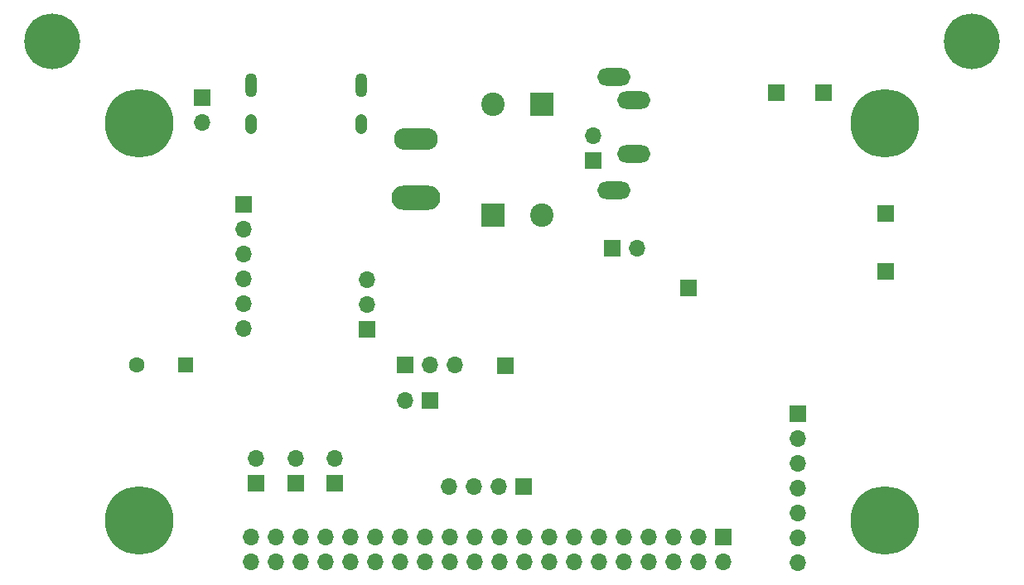
<source format=gbr>
%TF.GenerationSoftware,KiCad,Pcbnew,7.0.2*%
%TF.CreationDate,2024-08-07T09:48:01-07:00*%
%TF.ProjectId,MK-KS-MkV,4d4b2d4b-532d-44d6-9b56-2e6b69636164,1.0*%
%TF.SameCoordinates,PX3a67068PY5e08f30*%
%TF.FileFunction,Soldermask,Bot*%
%TF.FilePolarity,Negative*%
%FSLAX46Y46*%
G04 Gerber Fmt 4.6, Leading zero omitted, Abs format (unit mm)*
G04 Created by KiCad (PCBNEW 7.0.2) date 2024-08-07 09:48:01*
%MOMM*%
%LPD*%
G01*
G04 APERTURE LIST*
%ADD10O,1.254000X2.054000*%
%ADD11O,1.254000X2.454000*%
%ADD12R,1.700000X1.700000*%
%ADD13O,1.700000X1.700000*%
%ADD14O,5.000000X2.500000*%
%ADD15O,4.500000X2.250000*%
%ADD16C,4.700000*%
%ADD17C,7.000000*%
%ADD18R,2.400000X2.400000*%
%ADD19C,2.400000*%
%ADD20O,3.404000X1.804000*%
%ADD21C,3.600000*%
%ADD22C,5.700000*%
%ADD23R,1.600000X1.600000*%
%ADD24C,1.600000*%
G04 APERTURE END LIST*
D10*
%TO.C,J4*%
X31567000Y-8432000D03*
X20327000Y-8432000D03*
D11*
X31567000Y-4432000D03*
X20327000Y-4432000D03*
%TD*%
D12*
%TO.C,OP1*%
X36075000Y-33100000D03*
D13*
X38615000Y-33100000D03*
X41155000Y-33100000D03*
%TD*%
D12*
%TO.C,TP7*%
X65046000Y-25223000D03*
%TD*%
%TO.C,TP9*%
X46300000Y-33200000D03*
%TD*%
D14*
%TO.C,J2*%
X37150000Y-15950000D03*
D15*
X37150000Y-9950000D03*
%TD*%
D16*
%TO.C,SHLD-1*%
X8894000Y-8346000D03*
D17*
X8894000Y-8346000D03*
%TD*%
D12*
%TO.C,JP1*%
X24900000Y-45175000D03*
D13*
X24900000Y-42635000D03*
%TD*%
D18*
%TO.C,ST1*%
X50000000Y-6400000D03*
D19*
X45000000Y-6400000D03*
%TD*%
D12*
%TO.C,JP6*%
X15357000Y-5769000D03*
D13*
X15357000Y-8309000D03*
%TD*%
D12*
%TO.C,TP8*%
X85200000Y-23500000D03*
%TD*%
D20*
%TO.C,J3*%
X57409000Y-3613000D03*
X59409000Y-6013000D03*
X59409000Y-11513000D03*
X57409000Y-15213000D03*
%TD*%
D12*
%TO.C,TP6*%
X78800000Y-5200000D03*
%TD*%
D16*
%TO.C,SHLD-4*%
X8894000Y-48986000D03*
D17*
X8894000Y-48986000D03*
%TD*%
D21*
%TO.C,M_KSI1*%
X0Y0D03*
D22*
X0Y0D03*
%TD*%
D12*
%TO.C,TP10*%
X85200000Y-17600000D03*
%TD*%
%TO.C,JP2*%
X20800000Y-45175000D03*
D13*
X20800000Y-42635000D03*
%TD*%
D12*
%TO.C,J7*%
X32148020Y-29411428D03*
D13*
X32148020Y-26871428D03*
X32148020Y-24331428D03*
%TD*%
D12*
%TO.C,J6*%
X48200000Y-45525000D03*
D13*
X45660000Y-45525000D03*
X43120000Y-45525000D03*
X40580000Y-45525000D03*
%TD*%
D12*
%TO.C,TP5*%
X74000000Y-5200000D03*
%TD*%
%TO.C,OP2*%
X38600000Y-36700000D03*
D13*
X36060000Y-36700000D03*
%TD*%
D12*
%TO.C,J8*%
X19548020Y-16636428D03*
D13*
X19548020Y-19176428D03*
X19548020Y-21716428D03*
X19548020Y-24256428D03*
X19548020Y-26796428D03*
X19548020Y-29336428D03*
%TD*%
D21*
%TO.C,M_KSI2*%
X93980000Y0D03*
D22*
X93980000Y0D03*
%TD*%
D12*
%TO.C,JP5*%
X57195000Y-21181000D03*
D13*
X59735000Y-21181000D03*
%TD*%
D12*
%TO.C,JP4*%
X55279000Y-12172000D03*
D13*
X55279000Y-9632000D03*
%TD*%
D16*
%TO.C,SHLD-3*%
X85094000Y-48986000D03*
D17*
X85094000Y-48986000D03*
%TD*%
D18*
%TO.C,ST2*%
X45068000Y-17766000D03*
D19*
X50068000Y-17766000D03*
%TD*%
D16*
%TO.C,SHLD-2*%
X85094000Y-8346000D03*
D17*
X85094000Y-8346000D03*
%TD*%
D12*
%TO.C,JP3*%
X28850000Y-45175000D03*
D13*
X28850000Y-42635000D03*
%TD*%
D23*
%TO.C,C4*%
X13602651Y-33100000D03*
D24*
X8602651Y-33100000D03*
%TD*%
D12*
%TO.C,J1*%
X76174600Y-38093200D03*
D13*
X76174600Y-40633200D03*
X76174600Y-43173200D03*
X76174600Y-45713200D03*
X76174600Y-48253200D03*
X76174600Y-50793200D03*
X76174600Y-53333200D03*
%TD*%
D12*
%TO.C,J5*%
X68561600Y-50705200D03*
D13*
X68561600Y-53245200D03*
X66021600Y-50705200D03*
X66021600Y-53245200D03*
X63481600Y-50705200D03*
X63481600Y-53245200D03*
X60941600Y-50705200D03*
X60941600Y-53245200D03*
X58401600Y-50705200D03*
X58401600Y-53245200D03*
X55861600Y-50705200D03*
X55861600Y-53245200D03*
X53321600Y-50705200D03*
X53321600Y-53245200D03*
X50781600Y-50705200D03*
X50781600Y-53245200D03*
X48241600Y-50705200D03*
X48241600Y-53245200D03*
X45701600Y-50705200D03*
X45701600Y-53245200D03*
X43161600Y-50705200D03*
X43161600Y-53245200D03*
X40621600Y-50705200D03*
X40621600Y-53245200D03*
X38081600Y-50705200D03*
X38081600Y-53245200D03*
X35541600Y-50705200D03*
X35541600Y-53245200D03*
X33001600Y-50705200D03*
X33001600Y-53245200D03*
X30461600Y-50705200D03*
X30461600Y-53245200D03*
X27921600Y-50705200D03*
X27921600Y-53245200D03*
X25381600Y-50705200D03*
X25381600Y-53245200D03*
X22841600Y-50705200D03*
X22841600Y-53245200D03*
X20301600Y-50705200D03*
X20301600Y-53245200D03*
%TD*%
M02*

</source>
